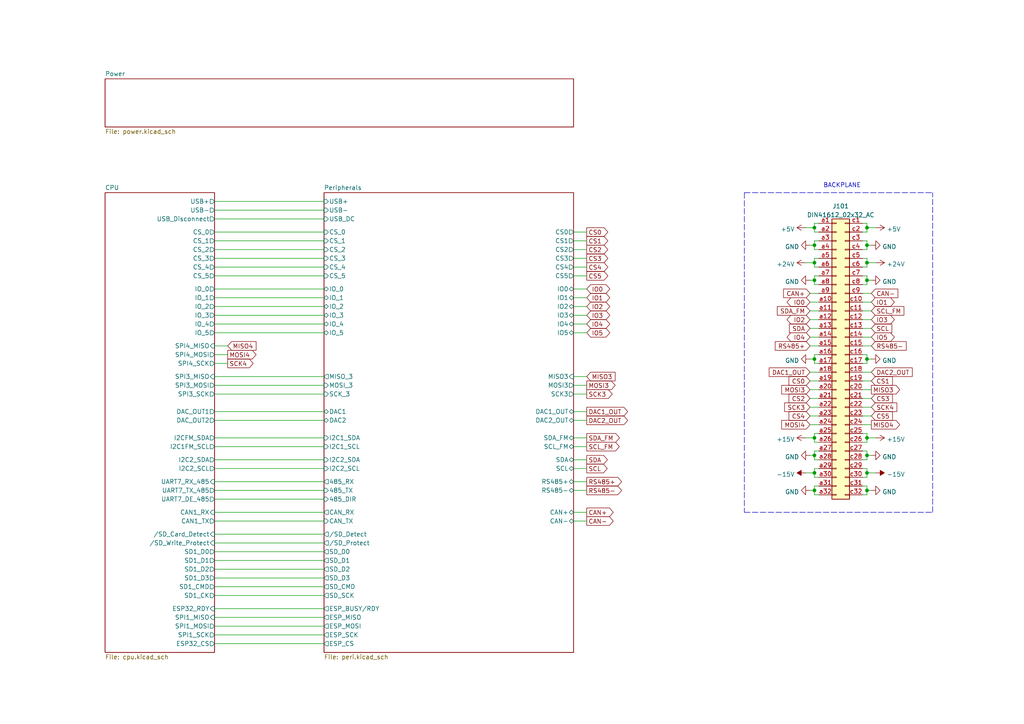
<source format=kicad_sch>
(kicad_sch (version 20211123) (generator eeschema)
  (paper "A4")
  (title_block (title "Master-Sheet and Bus Connector") (date "2022-11-19") (rev "V3 R1.0") (company "Synthron"))
  (lib_symbols
    (symbol "Connector:DIN41612_02x32_AC" (pin_names (offset 1.016) hide)
      (property "Reference" "J" (at 1.27 40.64 0))
      (property "Value" "DIN41612_02x32_AC" (at 1.27 -43.18 0))
      (symbol "DIN41612_02x32_AC_1_1"
        (rectangle (start -1.27 -40.513) (end 0 -40.767) (stroke (width 0.1524)))
        (rectangle (start -1.27 -37.973) (end 0 -38.227) (stroke (width 0.1524)))
        (rectangle (start -1.27 -35.433) (end 0 -35.687) (stroke (width 0.1524)))
        (rectangle (start -1.27 -32.893) (end 0 -33.147) (stroke (width 0.1524)))
        (rectangle (start -1.27 -30.353) (end 0 -30.607) (stroke (width 0.1524)))
        (rectangle (start -1.27 -27.813) (end 0 -28.067) (stroke (width 0.1524)))
        (rectangle (start -1.27 -25.273) (end 0 -25.527) (stroke (width 0.1524)))
        (rectangle (start -1.27 -22.733) (end 0 -22.987) (stroke (width 0.1524)))
        (rectangle (start -1.27 -20.193) (end 0 -20.447) (stroke (width 0.1524)))
        (rectangle (start -1.27 -17.653) (end 0 -17.907) (stroke (width 0.1524)))
        (rectangle (start -1.27 -15.113) (end 0 -15.367) (stroke (width 0.1524)))
        (rectangle (start -1.27 -12.573) (end 0 -12.827) (stroke (width 0.1524)))
        (rectangle (start -1.27 -10.033) (end 0 -10.287) (stroke (width 0.1524)))
        (rectangle (start -1.27 -7.493) (end 0 -7.747) (stroke (width 0.1524)))
        (rectangle (start -1.27 -4.953) (end 0 -5.207) (stroke (width 0.1524)))
        (rectangle (start -1.27 -2.413) (end 0 -2.667) (stroke (width 0.1524)))
        (rectangle (start -1.27 0.127) (end 0 -0.127) (stroke (width 0.1524)))
        (rectangle (start -1.27 2.667) (end 0 2.413) (stroke (width 0.1524)))
        (rectangle (start -1.27 5.207) (end 0 4.953) (stroke (width 0.1524)))
        (rectangle (start -1.27 7.747) (end 0 7.493) (stroke (width 0.1524)))
        (rectangle (start -1.27 10.287) (end 0 10.033) (stroke (width 0.1524)))
        (rectangle (start -1.27 12.827) (end 0 12.573) (stroke (width 0.1524)))
        (rectangle (start -1.27 15.367) (end 0 15.113) (stroke (width 0.1524)))
        (rectangle (start -1.27 17.907) (end 0 17.653) (stroke (width 0.1524)))
        (rectangle (start -1.27 20.447) (end 0 20.193) (stroke (width 0.1524)))
        (rectangle (start -1.27 22.987) (end 0 22.733) (stroke (width 0.1524)))
        (rectangle (start -1.27 25.527) (end 0 25.273) (stroke (width 0.1524)))
        (rectangle (start -1.27 28.067) (end 0 27.813) (stroke (width 0.1524)))
        (rectangle (start -1.27 30.607) (end 0 30.353) (stroke (width 0.1524)))
        (rectangle (start -1.27 33.147) (end 0 32.893) (stroke (width 0.1524)))
        (rectangle (start -1.27 35.687) (end 0 35.433) (stroke (width 0.1524)))
        (rectangle (start -1.27 38.227) (end 0 37.973) (stroke (width 0.1524)))
        (rectangle (start -1.27 39.37) (end 3.81 -41.91) (stroke (width 0.254)) (fill (type background)))
        (rectangle (start 3.81 -40.513) (end 2.54 -40.767) (stroke (width 0.1524)))
        (rectangle (start 3.81 -37.973) (end 2.54 -38.227) (stroke (width 0.1524)))
        (rectangle (start 3.81 -35.433) (end 2.54 -35.687) (stroke (width 0.1524)))
        (rectangle (start 3.81 -32.893) (end 2.54 -33.147) (stroke (width 0.1524)))
        (rectangle (start 3.81 -30.353) (end 2.54 -30.607) (stroke (width 0.1524)))
        (rectangle (start 3.81 -27.813) (end 2.54 -28.067) (stroke (width 0.1524)))
        (rectangle (start 3.81 -25.273) (end 2.54 -25.527) (stroke (width 0.1524)))
        (rectangle (start 3.81 -22.733) (end 2.54 -22.987) (stroke (width 0.1524)))
        (rectangle (start 3.81 -20.193) (end 2.54 -20.447) (stroke (width 0.1524)))
        (rectangle (start 3.81 -17.653) (end 2.54 -17.907) (stroke (width 0.1524)))
        (rectangle (start 3.81 -15.113) (end 2.54 -15.367) (stroke (width 0.1524)))
        (rectangle (start 3.81 -12.573) (end 2.54 -12.827) (stroke (width 0.1524)))
        (rectangle (start 3.81 -10.033) (end 2.54 -10.287) (stroke (width 0.1524)))
        (rectangle (start 3.81 -7.493) (end 2.54 -7.747) (stroke (width 0.1524)))
        (rectangle (start 3.81 -4.953) (end 2.54 -5.207) (stroke (width 0.1524)))
        (rectangle (start 3.81 -2.413) (end 2.54 -2.667) (stroke (width 0.1524)))
        (rectangle (start 3.81 0.127) (end 2.54 -0.127) (stroke (width 0.1524)))
        (rectangle (start 3.81 2.667) (end 2.54 2.413) (stroke (width 0.1524)))
        (rectangle (start 3.81 5.207) (end 2.54 4.953) (stroke (width 0.1524)))
        (rectangle (start 3.81 7.747) (end 2.54 7.493) (stroke (width 0.1524)))
        (rectangle (start 3.81 10.287) (end 2.54 10.033) (stroke (width 0.1524)))
        (rectangle (start 3.81 12.827) (end 2.54 12.573) (stroke (width 0.1524)))
        (rectangle (start 3.81 15.367) (end 2.54 15.113) (stroke (width 0.1524)))
        (rectangle (start 3.81 17.907) (end 2.54 17.653) (stroke (width 0.1524)))
        (rectangle (start 3.81 20.447) (end 2.54 20.193) (stroke (width 0.1524)))
        (rectangle (start 3.81 22.987) (end 2.54 22.733) (stroke (width 0.1524)))
        (rectangle (start 3.81 25.527) (end 2.54 25.273) (stroke (width 0.1524)))
        (rectangle (start 3.81 28.067) (end 2.54 27.813) (stroke (width 0.1524)))
        (rectangle (start 3.81 30.607) (end 2.54 30.353) (stroke (width 0.1524)))
        (rectangle (start 3.81 33.147) (end 2.54 32.893) (stroke (width 0.1524)))
        (rectangle (start 3.81 35.687) (end 2.54 35.433) (stroke (width 0.1524)))
        (rectangle (start 3.81 38.227) (end 2.54 37.973) (stroke (width 0.1524)))
        (pin passive line (at -5.08 38.1 0) (length 3.81) (name "Pin_a1") (number "a1"))
        (pin passive line (at -5.08 15.24 0) (length 3.81) (name "Pin_a10") (number "a10"))
        (pin passive line (at -5.08 12.7 0) (length 3.81) (name "Pin_a11") (number "a11"))
        (pin passive line (at -5.08 10.16 0) (length 3.81) (name "Pin_a12") (number "a12"))
        (pin passive line (at -5.08 7.62 0) (length 3.81) (name "Pin_a13") (number "a13"))
        (pin passive line (at -5.08 5.08 0) (length 3.81) (name "Pin_a14") (number "a14"))
        (pin passive line (at -5.08 2.54 0) (length 3.81) (name "Pin_a15") (number "a15"))
        (pin passive line (at -5.08 0 0) (length 3.81) (name "Pin_a16") (number "a16"))
        (pin passive line (at -5.08 -2.54 0) (length 3.81) (name "Pin_a17") (number "a17"))
        (pin passive line (at -5.08 -5.08 0) (length 3.81) (name "Pin_a18") (number "a18"))
        (pin passive line (at -5.08 -7.62 0) (length 3.81) (name "Pin_a19") (number "a19"))
        (pin passive line (at -5.08 35.56 0) (length 3.81) (name "Pin_a2") (number "a2"))
        (pin passive line (at -5.08 -10.16 0) (length 3.81) (name "Pin_a20") (number "a20"))
        (pin passive line (at -5.08 -12.7 0) (length 3.81) (name "Pin_a21") (number "a21"))
        (pin passive line (at -5.08 -15.24 0) (length 3.81) (name "Pin_a22") (number "a22"))
        (pin passive line (at -5.08 -17.78 0) (length 3.81) (name "Pin_a23") (number "a23"))
        (pin passive line (at -5.08 -20.32 0) (length 3.81) (name "Pin_a24") (number "a24"))
        (pin passive line (at -5.08 -22.86 0) (length 3.81) (name "Pin_a25") (number "a25"))
        (pin passive line (at -5.08 -25.4 0) (length 3.81) (name "Pin_a26") (number "a26"))
        (pin passive line (at -5.08 -27.94 0) (length 3.81) (name "Pin_a27") (number "a27"))
        (pin passive line (at -5.08 -30.48 0) (length 3.81) (name "Pin_a28") (number "a28"))
        (pin passive line (at -5.08 -33.02 0) (length 3.81) (name "Pin_a29") (number "a29"))
        (pin passive line (at -5.08 33.02 0) (length 3.81) (name "Pin_a3") (number "a3"))
        (pin passive line (at -5.08 -35.56 0) (length 3.81) (name "Pin_a30") (number "a30"))
        (pin passive line (at -5.08 -38.1 0) (length 3.81) (name "Pin_a31") (number "a31"))
        (pin passive line (at -5.08 -40.64 0) (length 3.81) (name "Pin_a32") (number "a32"))
        (pin passive line (at -5.08 30.48 0) (length 3.81) (name "Pin_a4") (number "a4"))
        (pin passive line (at -5.08 27.94 0) (length 3.81) (name "Pin_a5") (number "a5"))
        (pin passive line (at -5.08 25.4 0) (length 3.81) (name "Pin_a6") (number "a6"))
        (pin passive line (at -5.08 22.86 0) (length 3.81) (name "Pin_a7") (number "a7"))
        (pin passive line (at -5.08 20.32 0) (length 3.81) (name "Pin_a8") (number "a8"))
        (pin passive line (at -5.08 17.78 0) (length 3.81) (name "Pin_a9") (number "a9"))
        (pin passive line (at 7.62 38.1 180) (length 3.81) (name "Pin_c1") (number "c1"))
        (pin passive line (at 7.62 15.24 180) (length 3.81) (name "Pin_c10") (number "c10"))
        (pin passive line (at 7.62 12.7 180) (length 3.81) (name "Pin_c11") (number "c11"))
        (pin passive line (at 7.62 10.16 180) (length 3.81) (name "Pin_c12") (number "c12"))
        (pin passive line (at 7.62 7.62 180) (length 3.81) (name "Pin_c13") (number "c13"))
        (pin passive line (at 7.62 5.08 180) (length 3.81) (name "Pin_c14") (number "c14"))
        (pin passive line (at 7.62 2.54 180) (length 3.81) (name "Pin_c15") (number "c15"))
        (pin passive line (at 7.62 0 180) (length 3.81) (name "Pin_c16") (number "c16"))
        (pin passive line (at 7.62 -2.54 180) (length 3.81) (name "Pin_c17") (number "c17"))
        (pin passive line (at 7.62 -5.08 180) (length 3.81) (name "Pin_c18") (number "c18"))
        (pin passive line (at 7.62 -7.62 180) (length 3.81) (name "Pin_c19") (number "c19"))
        (pin passive line (at 7.62 35.56 180) (length 3.81) (name "Pin_c2") (number "c2"))
        (pin passive line (at 7.62 -10.16 180) (length 3.81) (name "Pin_c20") (number "c20"))
        (pin passive line (at 7.62 -12.7 180) (length 3.81) (name "Pin_c21") (number "c21"))
        (pin passive line (at 7.62 -15.24 180) (length 3.81) (name "Pin_c22") (number "c22"))
        (pin passive line (at 7.62 -17.78 180) (length 3.81) (name "Pin_c23") (number "c23"))
        (pin passive line (at 7.62 -20.32 180) (length 3.81) (name "Pin_c24") (number "c24"))
        (pin passive line (at 7.62 -22.86 180) (length 3.81) (name "Pin_c25") (number "c25"))
        (pin passive line (at 7.62 -25.4 180) (length 3.81) (name "Pin_c26") (number "c26"))
        (pin passive line (at 7.62 -27.94 180) (length 3.81) (name "Pin_c27") (number "c27"))
        (pin passive line (at 7.62 -30.48 180) (length 3.81) (name "Pin_c28") (number "c28"))
        (pin passive line (at 7.62 -33.02 180) (length 3.81) (name "Pin_c29") (number "c29"))
        (pin passive line (at 7.62 33.02 180) (length 3.81) (name "Pin_c3") (number "c3"))
        (pin passive line (at 7.62 -35.56 180) (length 3.81) (name "Pin_c30") (number "c30"))
        (pin passive line (at 7.62 -38.1 180) (length 3.81) (name "Pin_c31") (number "c31"))
        (pin passive line (at 7.62 -40.64 180) (length 3.81) (name "Pin_c32") (number "c32"))
        (pin passive line (at 7.62 30.48 180) (length 3.81) (name "Pin_c4") (number "c4"))
        (pin passive line (at 7.62 27.94 180) (length 3.81) (name "Pin_c5") (number "c5"))
        (pin passive line (at 7.62 25.4 180) (length 3.81) (name "Pin_c6") (number "c6"))
        (pin passive line (at 7.62 22.86 180) (length 3.81) (name "Pin_c7") (number "c7"))
        (pin passive line (at 7.62 20.32 180) (length 3.81) (name "Pin_c8") (number "c8"))
        (pin passive line (at 7.62 17.78 180) (length 3.81) (name "Pin_c9") (number "c9"))
      )
    )
    (symbol "power:+15V" (power) (pin_names (offset 0))
      (property "Value" "+15V" (at 0 3.556 0))
      (symbol "+15V_0_1"
        (polyline (pts (xy -0.762 1.27) (xy 0 2.54)))
        (polyline (pts (xy 0 0) (xy 0 2.54)))
        (polyline (pts (xy 0 2.54) (xy 0.762 1.27)))
      )
      (symbol "+15V_1_1"
        (pin power_in line (at 0 0 90) (length 0) hide (name "+15V") (number "1"))
      )
    )
    (symbol "power:+24V" (power) (pin_names (offset 0))
      (property "Value" "+24V" (at 0 3.556 0))
      (symbol "+24V_0_1"
        (polyline (pts (xy -0.762 1.27) (xy 0 2.54)))
        (polyline (pts (xy 0 0) (xy 0 2.54)))
        (polyline (pts (xy 0 2.54) (xy 0.762 1.27)))
      )
      (symbol "+24V_1_1"
        (pin power_in line (at 0 0 90) (length 0) hide (name "+24V") (number "1"))
      )
    )
    (symbol "power:+5V" (power) (pin_names (offset 0))
      (property "Value" "+5V" (at 0 3.556 0))
      (symbol "+5V_0_1"
        (polyline (pts (xy -0.762 1.27) (xy 0 2.54)))
        (polyline (pts (xy 0 0) (xy 0 2.54)))
        (polyline (pts (xy 0 2.54) (xy 0.762 1.27)))
      )
      (symbol "+5V_1_1"
        (pin power_in line (at 0 0 90) (length 0) hide (name "+5V") (number "1"))
      )
    )
    (symbol "power:-15V" (power) (pin_names (offset 0))
      (property "Value" "-15V" (at 0 3.81 0))
      (symbol "-15V_0_0"
        (pin power_in line (at 0 0 90) (length 0) hide (name "-15V") (number "1"))
      )
      (symbol "-15V_0_1"
        (polyline (pts (xy 0 0) (xy 0 1.27) (xy 0.762 1.27) (xy 0 2.54) (xy -0.762 1.27) (xy 0 1.27)) (fill (type outline)))
      )
    )
    (symbol "power:GND" (power) (pin_names (offset 0))
      (property "Value" "GND" (at 0 -3.81 0))
      (symbol "GND_0_1"
        (polyline (pts (xy 0 0) (xy 0 -1.27) (xy 1.27 -1.27) (xy 0 -2.54) (xy -1.27 -1.27) (xy 0 -1.27)))
      )
      (symbol "GND_1_1"
        (pin power_in line (at 0 0 270) (length 0) hide (name "GND") (number "1"))
      )
    )
  )
  (junction (at 236.22 81.28))
  (junction (at 236.22 76.2))
  (junction (at 236.22 127))
  (junction (at 251.46 142.24))
  (junction (at 236.22 142.24))
  (junction (at 251.46 66.04))
  (junction (at 236.22 137.16))
  (junction (at 251.46 132.08))
  (junction (at 251.46 81.28))
  (junction (at 251.46 137.16))
  (junction (at 251.46 127))
  (junction (at 236.22 71.12))
  (junction (at 251.46 76.2))
  (junction (at 236.22 66.04))
  (junction (at 236.22 132.08))
  (junction (at 236.22 104.14))
  (junction (at 251.46 71.12))
  (junction (at 251.46 104.14))
  (wire (pts (xy 251.46 71.12) (xy 251.46 72.39)))
  (wire (pts (xy 250.19 85.09) (xy 252.73 85.09)))
  (wire (pts (xy 250.19 140.97) (xy 251.46 140.97)))
  (wire (pts (xy 251.46 66.04) (xy 251.46 64.77)))
  (wire (pts (xy 251.46 143.51) (xy 250.19 143.51)))
  (wire (pts (xy 234.95 95.25) (xy 237.49 95.25)))
  (wire (pts (xy 236.22 138.43) (xy 237.49 138.43)))
  (wire (pts (xy 237.49 135.89) (xy 236.22 135.89)))
  (wire (pts (xy 62.23 157.48) (xy 93.98 157.48)))
  (wire (pts (xy 250.19 74.93) (xy 251.46 74.93)))
  (wire (pts (xy 250.19 128.27) (xy 251.46 128.27)))
  (wire (pts (xy 250.19 87.63) (xy 252.73 87.63)))
  (wire (pts (xy 251.46 76.2) (xy 254 76.2)))
  (wire (pts (xy 166.37 74.93) (xy 170.18 74.93)))
  (wire (pts (xy 234.95 71.12) (xy 236.22 71.12)))
  (wire (pts (xy 234.95 85.09) (xy 237.49 85.09)))
  (wire (pts (xy 234.95 132.08) (xy 236.22 132.08)))
  (wire (pts (xy 234.95 97.79) (xy 237.49 97.79)))
  (wire (pts (xy 234.95 87.63) (xy 237.49 87.63)))
  (wire (pts (xy 234.95 92.71) (xy 237.49 92.71)))
  (wire (pts (xy 233.68 137.16) (xy 236.22 137.16)))
  (wire (pts (xy 234.95 113.03) (xy 237.49 113.03)))
  (polyline (pts (xy 215.9 55.88) (xy 270.51 55.88)))
  (wire (pts (xy 251.46 137.16) (xy 254 137.16)))
  (wire (pts (xy 234.95 81.28) (xy 236.22 81.28)))
  (wire (pts (xy 236.22 77.47) (xy 237.49 77.47)))
  (wire (pts (xy 62.23 142.24) (xy 93.98 142.24)))
  (wire (pts (xy 166.37 148.59) (xy 170.18 148.59)))
  (wire (pts (xy 234.95 100.33) (xy 237.49 100.33)))
  (wire (pts (xy 62.23 186.69) (xy 93.98 186.69)))
  (wire (pts (xy 251.46 105.41) (xy 251.46 104.14)))
  (wire (pts (xy 251.46 127) (xy 254 127)))
  (wire (pts (xy 250.19 77.47) (xy 251.46 77.47)))
  (wire (pts (xy 62.23 109.22) (xy 93.98 109.22)))
  (wire (pts (xy 250.19 64.77) (xy 251.46 64.77)))
  (wire (pts (xy 166.37 86.36) (xy 170.18 86.36)))
  (wire (pts (xy 166.37 129.54) (xy 170.18 129.54)))
  (wire (pts (xy 236.22 82.55) (xy 236.22 81.28)))
  (wire (pts (xy 236.22 137.16) (xy 236.22 138.43)))
  (wire (pts (xy 166.37 72.39) (xy 170.18 72.39)))
  (wire (pts (xy 166.37 133.35) (xy 170.18 133.35)))
  (wire (pts (xy 166.37 88.9) (xy 170.18 88.9)))
  (wire (pts (xy 62.23 148.59) (xy 93.98 148.59)))
  (wire (pts (xy 62.23 63.5) (xy 93.98 63.5)))
  (wire (pts (xy 166.37 67.31) (xy 170.18 67.31)))
  (wire (pts (xy 236.22 142.24) (xy 236.22 140.97)))
  (wire (pts (xy 166.37 69.85) (xy 170.18 69.85)))
  (wire (pts (xy 62.23 162.56) (xy 93.98 162.56)))
  (wire (pts (xy 166.37 142.24) (xy 170.18 142.24)))
  (wire (pts (xy 250.19 130.81) (xy 251.46 130.81)))
  (wire (pts (xy 233.68 127) (xy 236.22 127)))
  (wire (pts (xy 250.19 113.03) (xy 252.73 113.03)))
  (wire (pts (xy 250.19 115.57) (xy 252.73 115.57)))
  (wire (pts (xy 62.23 167.64) (xy 93.98 167.64)))
  (wire (pts (xy 250.19 105.41) (xy 251.46 105.41)))
  (wire (pts (xy 62.23 119.38) (xy 93.98 119.38)))
  (wire (pts (xy 62.23 176.53) (xy 93.98 176.53)))
  (wire (pts (xy 166.37 139.7) (xy 170.18 139.7)))
  (wire (pts (xy 251.46 81.28) (xy 251.46 82.55)))
  (wire (pts (xy 251.46 125.73) (xy 251.46 127)))
  (wire (pts (xy 234.95 118.11) (xy 237.49 118.11)))
  (wire (pts (xy 62.23 154.94) (xy 93.98 154.94)))
  (wire (pts (xy 62.23 127) (xy 93.98 127)))
  (wire (pts (xy 251.46 71.12) (xy 252.73 71.12)))
  (wire (pts (xy 237.49 74.93) (xy 236.22 74.93)))
  (wire (pts (xy 236.22 140.97) (xy 237.49 140.97)))
  (wire (pts (xy 62.23 77.47) (xy 93.98 77.47)))
  (wire (pts (xy 62.23 179.07) (xy 93.98 179.07)))
  (wire (pts (xy 236.22 69.85) (xy 237.49 69.85)))
  (wire (pts (xy 62.23 133.35) (xy 93.98 133.35)))
  (wire (pts (xy 62.23 184.15) (xy 93.98 184.15)))
  (wire (pts (xy 166.37 93.98) (xy 170.18 93.98)))
  (wire (pts (xy 62.23 135.89) (xy 93.98 135.89)))
  (wire (pts (xy 62.23 105.41) (xy 66.04 105.41)))
  (wire (pts (xy 62.23 91.44) (xy 93.98 91.44)))
  (wire (pts (xy 250.19 92.71) (xy 252.73 92.71)))
  (wire (pts (xy 236.22 64.77) (xy 236.22 66.04)))
  (wire (pts (xy 236.22 125.73) (xy 236.22 127)))
  (wire (pts (xy 62.23 80.01) (xy 93.98 80.01)))
  (wire (pts (xy 251.46 76.2) (xy 251.46 77.47)))
  (wire (pts (xy 251.46 132.08) (xy 251.46 133.35)))
  (wire (pts (xy 251.46 104.14) (xy 251.46 102.87)))
  (wire (pts (xy 62.23 88.9) (xy 93.98 88.9)))
  (wire (pts (xy 62.23 96.52) (xy 93.98 96.52)))
  (wire (pts (xy 166.37 121.92) (xy 170.18 121.92)))
  (wire (pts (xy 234.95 110.49) (xy 237.49 110.49)))
  (wire (pts (xy 236.22 66.04) (xy 236.22 67.31)))
  (wire (pts (xy 250.19 100.33) (xy 252.73 100.33)))
  (wire (pts (xy 166.37 151.13) (xy 170.18 151.13)))
  (wire (pts (xy 234.95 107.95) (xy 237.49 107.95)))
  (wire (pts (xy 237.49 105.41) (xy 236.22 105.41)))
  (wire (pts (xy 166.37 111.76) (xy 170.18 111.76)))
  (wire (pts (xy 62.23 102.87) (xy 66.04 102.87)))
  (wire (pts (xy 234.95 142.24) (xy 236.22 142.24)))
  (wire (pts (xy 251.46 74.93) (xy 251.46 76.2)))
  (wire (pts (xy 237.49 128.27) (xy 236.22 128.27)))
  (wire (pts (xy 250.19 107.95) (xy 252.73 107.95)))
  (wire (pts (xy 62.23 181.61) (xy 93.98 181.61)))
  (wire (pts (xy 62.23 170.18) (xy 93.98 170.18)))
  (wire (pts (xy 251.46 140.97) (xy 251.46 142.24)))
  (wire (pts (xy 237.49 82.55) (xy 236.22 82.55)))
  (polyline (pts (xy 215.9 148.59) (xy 270.51 148.59)))
  (wire (pts (xy 250.19 135.89) (xy 251.46 135.89)))
  (wire (pts (xy 251.46 132.08) (xy 252.73 132.08)))
  (wire (pts (xy 62.23 160.02) (xy 93.98 160.02)))
  (wire (pts (xy 62.23 74.93) (xy 93.98 74.93)))
  (wire (pts (xy 62.23 93.98) (xy 93.98 93.98)))
  (wire (pts (xy 251.46 137.16) (xy 251.46 138.43)))
  (wire (pts (xy 236.22 133.35) (xy 236.22 132.08)))
  (wire (pts (xy 62.23 129.54) (xy 93.98 129.54)))
  (wire (pts (xy 251.46 104.14) (xy 252.73 104.14)))
  (wire (pts (xy 237.49 64.77) (xy 236.22 64.77)))
  (wire (pts (xy 237.49 133.35) (xy 236.22 133.35)))
  (wire (pts (xy 250.19 123.19) (xy 252.73 123.19)))
  (wire (pts (xy 166.37 83.82) (xy 170.18 83.82)))
  (wire (pts (xy 166.37 77.47) (xy 170.18 77.47)))
  (wire (pts (xy 251.46 81.28) (xy 252.73 81.28)))
  (wire (pts (xy 166.37 119.38) (xy 170.18 119.38)))
  (wire (pts (xy 250.19 95.25) (xy 252.73 95.25)))
  (wire (pts (xy 62.23 172.72) (xy 93.98 172.72)))
  (wire (pts (xy 166.37 127) (xy 170.18 127)))
  (wire (pts (xy 250.19 80.01) (xy 251.46 80.01)))
  (wire (pts (xy 234.95 123.19) (xy 237.49 123.19)))
  (wire (pts (xy 166.37 114.3) (xy 170.18 114.3)))
  (wire (pts (xy 251.46 102.87) (xy 250.19 102.87)))
  (wire (pts (xy 62.23 114.3) (xy 93.98 114.3)))
  (wire (pts (xy 250.19 118.11) (xy 252.73 118.11)))
  (wire (pts (xy 234.95 115.57) (xy 237.49 115.57)))
  (wire (pts (xy 236.22 76.2) (xy 236.22 77.47)))
  (wire (pts (xy 237.49 72.39) (xy 236.22 72.39)))
  (wire (pts (xy 236.22 102.87) (xy 237.49 102.87)))
  (wire (pts (xy 250.19 138.43) (xy 251.46 138.43)))
  (wire (pts (xy 251.46 82.55) (xy 250.19 82.55)))
  (wire (pts (xy 234.95 120.65) (xy 237.49 120.65)))
  (wire (pts (xy 166.37 96.52) (xy 170.18 96.52)))
  (wire (pts (xy 236.22 71.12) (xy 236.22 69.85)))
  (wire (pts (xy 236.22 132.08) (xy 236.22 130.81)))
  (wire (pts (xy 250.19 120.65) (xy 252.73 120.65)))
  (wire (pts (xy 236.22 127) (xy 236.22 128.27)))
  (wire (pts (xy 251.46 142.24) (xy 251.46 143.51)))
  (wire (pts (xy 62.23 58.42) (xy 93.98 58.42)))
  (wire (pts (xy 251.46 67.31) (xy 251.46 66.04)))
  (wire (pts (xy 251.46 66.04) (xy 254 66.04)))
  (wire (pts (xy 236.22 130.81) (xy 237.49 130.81)))
  (wire (pts (xy 166.37 135.89) (xy 170.18 135.89)))
  (wire (pts (xy 62.23 83.82) (xy 93.98 83.82)))
  (wire (pts (xy 236.22 74.93) (xy 236.22 76.2)))
  (wire (pts (xy 236.22 143.51) (xy 236.22 142.24)))
  (wire (pts (xy 236.22 81.28) (xy 236.22 80.01)))
  (wire (pts (xy 236.22 104.14) (xy 236.22 102.87)))
  (wire (pts (xy 62.23 111.76) (xy 93.98 111.76)))
  (wire (pts (xy 237.49 143.51) (xy 236.22 143.51)))
  (wire (pts (xy 236.22 80.01) (xy 237.49 80.01)))
  (wire (pts (xy 251.46 69.85) (xy 251.46 71.12)))
  (wire (pts (xy 62.23 67.31) (xy 93.98 67.31)))
  (wire (pts (xy 62.23 151.13) (xy 93.98 151.13)))
  (polyline (pts (xy 215.9 55.88) (xy 215.9 148.59)))
  (wire (pts (xy 166.37 80.01) (xy 170.18 80.01)))
  (wire (pts (xy 62.23 144.78) (xy 93.98 144.78)))
  (wire (pts (xy 166.37 109.22) (xy 170.18 109.22)))
  (wire (pts (xy 236.22 67.31) (xy 237.49 67.31)))
  (wire (pts (xy 62.23 86.36) (xy 93.98 86.36)))
  (wire (pts (xy 251.46 133.35) (xy 250.19 133.35)))
  (wire (pts (xy 250.19 110.49) (xy 252.73 110.49)))
  (wire (pts (xy 236.22 72.39) (xy 236.22 71.12)))
  (wire (pts (xy 251.46 135.89) (xy 251.46 137.16)))
  (wire (pts (xy 236.22 135.89) (xy 236.22 137.16)))
  (wire (pts (xy 166.37 91.44) (xy 170.18 91.44)))
  (wire (pts (xy 62.23 100.33) (xy 66.04 100.33)))
  (wire (pts (xy 234.95 104.14) (xy 236.22 104.14)))
  (wire (pts (xy 251.46 72.39) (xy 250.19 72.39)))
  (wire (pts (xy 251.46 142.24) (xy 252.73 142.24)))
  (wire (pts (xy 233.68 66.04) (xy 236.22 66.04)))
  (wire (pts (xy 62.23 165.1) (xy 93.98 165.1)))
  (wire (pts (xy 250.19 97.79) (xy 252.73 97.79)))
  (wire (pts (xy 62.23 121.92) (xy 93.98 121.92)))
  (wire (pts (xy 250.19 125.73) (xy 251.46 125.73)))
  (wire (pts (xy 250.19 67.31) (xy 251.46 67.31)))
  (wire (pts (xy 237.49 125.73) (xy 236.22 125.73)))
  (wire (pts (xy 250.19 69.85) (xy 251.46 69.85)))
  (wire (pts (xy 233.68 76.2) (xy 236.22 76.2)))
  (wire (pts (xy 62.23 72.39) (xy 93.98 72.39)))
  (wire (pts (xy 62.23 60.96) (xy 93.98 60.96)))
  (polyline (pts (xy 270.51 148.59) (xy 270.51 55.88)))
  (wire (pts (xy 251.46 130.81) (xy 251.46 132.08)))
  (wire (pts (xy 251.46 127) (xy 251.46 128.27)))
  (wire (pts (xy 62.23 139.7) (xy 93.98 139.7)))
  (wire (pts (xy 234.95 90.17) (xy 237.49 90.17)))
  (wire (pts (xy 250.19 90.17) (xy 252.73 90.17)))
  (wire (pts (xy 236.22 105.41) (xy 236.22 104.14)))
  (wire (pts (xy 62.23 69.85) (xy 93.98 69.85)))
  (wire (pts (xy 251.46 80.01) (xy 251.46 81.28)))
  (text "BACKPLANE" (at 238.76 54.61 0) (effects (font (size 1.27 1.27)) (justify left bottom)))
  (global_label "CS5" (shape input) (at 252.73 120.65 0) (property "Intersheet References" "${INTERSHEET_REFS}" (effects hide)))
  (global_label "IO4" (shape bidirectional) (at 234.95 97.79 180) (property "Intersheet References" "${INTERSHEET_REFS}" (effects hide)))
  (global_label "IO1" (shape bidirectional) (at 252.73 87.63 0) (property "Intersheet References" "${INTERSHEET_REFS}" (effects hide)))
  (global_label "SCK4" (shape input) (at 252.73 118.11 0) (property "Intersheet References" "${INTERSHEET_REFS}" (effects hide)))
  (global_label "SCK3" (shape output) (at 170.18 114.3 0) (property "Intersheet References" "${INTERSHEET_REFS}" (effects hide)))
  (global_label "MOSI3" (shape input) (at 234.95 113.03 180) (property "Intersheet References" "${INTERSHEET_REFS}" (effects hide)))
  (global_label "CS1" (shape output) (at 170.18 69.85 0) (property "Intersheet References" "${INTERSHEET_REFS}" (effects hide)))
  (global_label "SDA" (shape output) (at 170.18 133.35 0) (property "Intersheet References" "${INTERSHEET_REFS}" (effects hide)))
  (global_label "RS485+" (shape output) (at 170.18 139.7 0) (property "Intersheet References" "${INTERSHEET_REFS}" (effects hide)))
  (global_label "IO0" (shape bidirectional) (at 170.18 83.82 0) (property "Intersheet References" "${INTERSHEET_REFS}" (effects hide)))
  (global_label "SCL_FM" (shape output) (at 170.18 129.54 0) (property "Intersheet References" "${INTERSHEET_REFS}" (effects hide)))
  (global_label "IO1" (shape bidirectional) (at 170.18 86.36 0) (property "Intersheet References" "${INTERSHEET_REFS}" (effects hide)))
  (global_label "MISO3" (shape input) (at 170.18 109.22 0) (property "Intersheet References" "${INTERSHEET_REFS}" (effects hide)))
  (global_label "CAN+" (shape input) (at 234.95 85.09 180) (property "Intersheet References" "${INTERSHEET_REFS}" (effects hide)))
  (global_label "DAC1_OUT" (shape input) (at 234.95 107.95 180) (property "Intersheet References" "${INTERSHEET_REFS}" (effects hide)))
  (global_label "DAC2_OUT" (shape input) (at 252.73 107.95 0) (property "Intersheet References" "${INTERSHEET_REFS}" (effects hide)))
  (global_label "IO2" (shape bidirectional) (at 234.95 92.71 180) (property "Intersheet References" "${INTERSHEET_REFS}" (effects hide)))
  (global_label "IO0" (shape bidirectional) (at 234.95 87.63 180) (property "Intersheet References" "${INTERSHEET_REFS}" (effects hide)))
  (global_label "CAN-" (shape output) (at 170.18 151.13 0) (property "Intersheet References" "${INTERSHEET_REFS}" (effects hide)))
  (global_label "SCK3" (shape input) (at 234.95 118.11 180) (property "Intersheet References" "${INTERSHEET_REFS}" (effects hide)))
  (global_label "MISO4" (shape input) (at 66.04 100.33 0) (property "Intersheet References" "${INTERSHEET_REFS}" (effects hide)))
  (global_label "IO2" (shape bidirectional) (at 170.18 88.9 0) (property "Intersheet References" "${INTERSHEET_REFS}" (effects hide)))
  (global_label "CS1" (shape input) (at 252.73 110.49 0) (property "Intersheet References" "${INTERSHEET_REFS}" (effects hide)))
  (global_label "CS0" (shape input) (at 234.95 110.49 180) (property "Intersheet References" "${INTERSHEET_REFS}" (effects hide)))
  (global_label "CS4" (shape output) (at 170.18 77.47 0) (property "Intersheet References" "${INTERSHEET_REFS}" (effects hide)))
  (global_label "SCL_FM" (shape input) (at 252.73 90.17 0) (property "Intersheet References" "${INTERSHEET_REFS}" (effects hide)))
  (global_label "SCL" (shape output) (at 170.18 135.89 0) (property "Intersheet References" "${INTERSHEET_REFS}" (effects hide)))
  (global_label "MOSI3" (shape output) (at 170.18 111.76 0) (property "Intersheet References" "${INTERSHEET_REFS}" (effects hide)))
  (global_label "CS2" (shape output) (at 170.18 72.39 0) (property "Intersheet References" "${INTERSHEET_REFS}" (effects hide)))
  (global_label "DAC1_OUT" (shape output) (at 170.18 119.38 0) (property "Intersheet References" "${INTERSHEET_REFS}" (effects hide)))
  (global_label "SCK4" (shape output) (at 66.04 105.41 0) (property "Intersheet References" "${INTERSHEET_REFS}" (effects hide)))
  (global_label "DAC2_OUT" (shape output) (at 170.18 121.92 0) (property "Intersheet References" "${INTERSHEET_REFS}" (effects hide)))
  (global_label "SDA_FM" (shape output) (at 170.18 127 0) (property "Intersheet References" "${INTERSHEET_REFS}" (effects hide)))
  (global_label "SCL" (shape input) (at 252.73 95.25 0) (property "Intersheet References" "${INTERSHEET_REFS}" (effects hide)))
  (global_label "SDA" (shape input) (at 234.95 95.25 180) (property "Intersheet References" "${INTERSHEET_REFS}" (effects hide)))
  (global_label "RS485-" (shape input) (at 252.73 100.33 0) (property "Intersheet References" "${INTERSHEET_REFS}" (effects hide)))
  (global_label "RS485-" (shape output) (at 170.18 142.24 0) (property "Intersheet References" "${INTERSHEET_REFS}" (effects hide)))
  (global_label "IO4" (shape bidirectional) (at 170.18 93.98 0) (property "Intersheet References" "${INTERSHEET_REFS}" (effects hide)))
  (global_label "IO5" (shape bidirectional) (at 170.18 96.52 0) (property "Intersheet References" "${INTERSHEET_REFS}" (effects hide)))
  (global_label "MISO3" (shape output) (at 252.73 113.03 0) (property "Intersheet References" "${INTERSHEET_REFS}" (effects hide)))
  (global_label "MOSI4" (shape output) (at 66.04 102.87 0) (property "Intersheet References" "${INTERSHEET_REFS}" (effects hide)))
  (global_label "CS3" (shape output) (at 170.18 74.93 0) (property "Intersheet References" "${INTERSHEET_REFS}" (effects hide)))
  (global_label "IO3" (shape bidirectional) (at 252.73 92.71 0) (property "Intersheet References" "${INTERSHEET_REFS}" (effects hide)))
  (global_label "IO5" (shape bidirectional) (at 252.73 97.79 0) (property "Intersheet References" "${INTERSHEET_REFS}" (effects hide)))
  (global_label "IO3" (shape bidirectional) (at 170.18 91.44 0) (property "Intersheet References" "${INTERSHEET_REFS}" (effects hide)))
  (global_label "CS2" (shape input) (at 234.95 115.57 180) (property "Intersheet References" "${INTERSHEET_REFS}" (effects hide)))
  (global_label "MISO4" (shape output) (at 252.73 123.19 0) (property "Intersheet References" "${INTERSHEET_REFS}" (effects hide)))
  (global_label "CS5" (shape output) (at 170.18 80.01 0) (property "Intersheet References" "${INTERSHEET_REFS}" (effects hide)))
  (global_label "RS485+" (shape input) (at 234.95 100.33 180) (property "Intersheet References" "${INTERSHEET_REFS}" (effects hide)))
  (global_label "CS3" (shape input) (at 252.73 115.57 0) (property "Intersheet References" "${INTERSHEET_REFS}" (effects hide)))
  (global_label "SDA_FM" (shape input) (at 234.95 90.17 180) (property "Intersheet References" "${INTERSHEET_REFS}" (effects hide)))
  (global_label "CAN-" (shape input) (at 252.73 85.09 0) (property "Intersheet References" "${INTERSHEET_REFS}" (effects hide)))
  (global_label "CS4" (shape input) (at 234.95 120.65 180) (property "Intersheet References" "${INTERSHEET_REFS}" (effects hide)))
  (global_label "MOSI4" (shape input) (at 234.95 123.19 180) (property "Intersheet References" "${INTERSHEET_REFS}" (effects hide)))
  (global_label "CS0" (shape output) (at 170.18 67.31 0) (property "Intersheet References" "${INTERSHEET_REFS}" (effects hide)))
  (global_label "CAN+" (shape output) (at 170.18 148.59 0) (property "Intersheet References" "${INTERSHEET_REFS}" (effects hide)))
  (symbol (lib_id "Connector:DIN41612_02x32_AC") (at 242.57 102.87 0) (unit 1)
    (property "Reference" "J101" (at 243.84 59.8002 0))
    (property "Value" "DIN41612_02x32_AC" (at 243.84 62.3371 0))
    (property "Footprint" "eigene:VG64_Euro" (effects hide))
  )
  (symbol (lib_id "power:+5V") (at 254 66.04 270) (unit 1)
    (property "Reference" "#PWR0102" (effects hide))
    (property "Value" "+5V" (at 257.175 66.4738 90) (effects (justify left)))
  )
  (symbol (lib_id "power:GND") (at 234.95 104.14 270) (unit 1)
    (property "Reference" "#PWR0109" (effects hide))
    (property "Value" "GND" (at 231.7751 104.5738 90) (effects (justify right)))
  )
  (symbol (lib_id "power:GND") (at 252.73 71.12 90) (unit 1)
    (property "Reference" "#PWR0104" (effects hide))
    (property "Value" "GND" (at 255.905 71.5538 90) (effects (justify right)))
  )
  (symbol (lib_id "power:GND") (at 252.73 81.28 90) (unit 1)
    (property "Reference" "#PWR0108" (effects hide))
    (property "Value" "GND" (at 255.905 81.7138 90) (effects (justify right)))
  )
  (symbol (lib_id "power:+24V") (at 254 76.2 270) (unit 1)
    (property "Reference" "#PWR0106" (effects hide))
    (property "Value" "+24V" (at 257.175 76.6338 90) (effects (justify left)))
  )
  (symbol (lib_id "power:-15V") (at 233.68 137.16 90) (unit 1)
    (property "Reference" "#PWR0115" (effects hide))
    (property "Value" "-15V" (at 230.505 137.5938 90) (effects (justify left)))
  )
  (symbol (lib_id "power:GND") (at 234.95 132.08 270) (unit 1)
    (property "Reference" "#PWR0113" (effects hide))
    (property "Value" "GND" (at 231.7751 132.5138 90) (effects (justify right)))
  )
  (symbol (lib_id "power:+5V") (at 233.68 66.04 90) (unit 1)
    (property "Reference" "#PWR0101" (effects hide))
    (property "Value" "+5V" (at 230.5051 66.4738 90) (effects (justify left)))
  )
  (symbol (lib_id "power:GND") (at 234.95 81.28 270) (unit 1)
    (property "Reference" "#PWR0107" (effects hide))
    (property "Value" "GND" (at 231.7751 81.7138 90) (effects (justify right)))
  )
  (symbol (lib_id "power:+24V") (at 233.68 76.2 90) (unit 1)
    (property "Reference" "#PWR0105" (effects hide))
    (property "Value" "+24V" (at 230.505 76.6338 90) (effects (justify left)))
  )
  (symbol (lib_id "power:+15V") (at 233.68 127 90) (unit 1)
    (property "Reference" "#PWR0111" (effects hide))
    (property "Value" "+15V" (at 230.505 127.4338 90) (effects (justify left)))
  )
  (symbol (lib_id "power:GND") (at 252.73 104.14 90) (unit 1)
    (property "Reference" "#PWR0110" (effects hide))
    (property "Value" "GND" (at 255.905 104.5738 90) (effects (justify right)))
  )
  (symbol (lib_id "power:-15V") (at 254 137.16 270) (unit 1)
    (property "Reference" "#PWR0116" (effects hide))
    (property "Value" "-15V" (at 257.175 137.5938 90) (effects (justify left)))
  )
  (symbol (lib_id "power:GND") (at 252.73 142.24 90) (unit 1)
    (property "Reference" "#PWR0118" (effects hide))
    (property "Value" "GND" (at 255.905 142.6738 90) (effects (justify right)))
  )
  (symbol (lib_id "power:GND") (at 252.73 132.08 90) (unit 1)
    (property "Reference" "#PWR0114" (effects hide))
    (property "Value" "GND" (at 255.905 132.5138 90) (effects (justify right)))
  )
  (symbol (lib_id "power:GND") (at 234.95 71.12 270) (unit 1)
    (property "Reference" "#PWR0103" (effects hide))
    (property "Value" "GND" (at 231.7751 71.5538 90) (effects (justify right)))
  )
  (symbol (lib_id "power:+15V") (at 254 127 270) (unit 1)
    (property "Reference" "#PWR0112" (effects hide))
    (property "Value" "+15V" (at 257.175 127.4338 90) (effects (justify left)))
  )
  (symbol (lib_id "power:GND") (at 234.95 142.24 270) (unit 1)
    (property "Reference" "#PWR0117" (effects hide))
    (property "Value" "GND" (at 231.7751 142.6738 90) (effects (justify right)))
  )
  (sheet (at 30.48 55.88) (size 31.75 133.35) (stroke (width 0.1524))
    (property "Sheet name" "CPU" (at 30.48 55.1684 0) (effects (justify left bottom)))
    (property "Sheet file" "cpu.kicad_sch" (at 30.48 189.8146 0) (effects (justify left top)))
    (pin "SD1_CMD" output (at 62.23 170.18 0))
    (pin "SD1_D3" output (at 62.23 167.64 0))
    (pin "SD1_D1" output (at 62.23 162.56 0))
    (pin "CAN1_TX" output (at 62.23 151.13 0))
    (pin "I2C2_SCL" output (at 62.23 135.89 0))
    (pin "CAN1_RX" input (at 62.23 148.59 0))
    (pin "I2CFM_SDA" output (at 62.23 127 0))
    (pin "I2C1FM_SCL" output (at 62.23 129.54 0))
    (pin "I2C2_SDA" output (at 62.23 133.35 0))
    (pin "SPI1_MOSI" output (at 62.23 181.61 0))
    (pin "SPI3_MISO" input (at 62.23 109.22 0))
    (pin "ESP32_CS" output (at 62.23 186.69 0))
    (pin "SPI3_MOSI" output (at 62.23 111.76 0))
    (pin "ESP32_RDY" input (at 62.23 176.53 0))
    (pin "SPI1_MISO" input (at 62.23 179.07 0))
    (pin "DAC_OUT2" output (at 62.23 121.92 0))
    (pin "SPI1_SCK" output (at 62.23 184.15 0))
    (pin "USB+" output (at 62.23 58.42 0))
    (pin "USB-" output (at 62.23 60.96 0))
    (pin "SPI3_SCK" output (at 62.23 114.3 0))
    (pin "DAC_OUT1" output (at 62.23 119.38 0))
    (pin "{slash}SD_Card_Detect" input (at 62.23 154.94 0))
    (pin "{slash}SD_Write_Protect" input (at 62.23 157.48 0))
    (pin "UART7_RX_485" input (at 62.23 139.7 0))
    (pin "UART7_TX_485" output (at 62.23 142.24 0))
    (pin "UART7_DE_485" output (at 62.23 144.78 0))
    (pin "SD1_D0" output (at 62.23 160.02 0))
    (pin "SD1_D2" output (at 62.23 165.1 0))
    (pin "SD1_CK" output (at 62.23 172.72 0))
    (pin "USB_Disconnect" output (at 62.23 63.5 0))
    (pin "SPI4_SCK" output (at 62.23 105.41 0))
    (pin "SPI4_MISO" input (at 62.23 100.33 0))
    (pin "SPI4_MOSI" output (at 62.23 102.87 0))
    (pin "CS_2" output (at 62.23 72.39 0))
    (pin "CS_1" output (at 62.23 69.85 0))
    (pin "CS_3" output (at 62.23 74.93 0))
    (pin "CS_4" output (at 62.23 77.47 0))
    (pin "CS_5" output (at 62.23 80.01 0))
    (pin "CS_0" output (at 62.23 67.31 0))
    (pin "IO_3" output (at 62.23 91.44 0))
    (pin "IO_2" output (at 62.23 88.9 0))
    (pin "IO_0" output (at 62.23 83.82 0))
    (pin "IO_1" output (at 62.23 86.36 0))
    (pin "IO_5" output (at 62.23 96.52 0))
    (pin "IO_4" output (at 62.23 93.98 0))
  )
  (sheet (at 93.98 55.88) (size 72.39 133.35) (stroke (width 0.1524))
    (property "Sheet name" "Peripherals" (at 93.98 55.1684 0) (effects (justify left bottom)))
    (property "Sheet file" "peri.kicad_sch" (at 93.98 189.8146 0) (effects (justify left top)))
    (pin "SD_D1" output (at 93.98 162.56 180))
    (pin "SD_D0" output (at 93.98 160.02 180))
    (pin "SD_D3" output (at 93.98 167.64 180))
    (pin "SD_CMD" output (at 93.98 170.18 180))
    (pin "SD_SCK" output (at 93.98 172.72 180))
    (pin "SD_D2" output (at 93.98 165.1 180))
    (pin "ESP_CS" output (at 93.98 186.69 180))
    (pin "ESP_SCK" output (at 93.98 184.15 180))
    (pin "ESP_MOSI" output (at 93.98 181.61 180))
    (pin "ESP_BUSY{slash}RDY" output (at 93.98 176.53 180))
    (pin "ESP_MISO" output (at 93.98 179.07 180))
    (pin "{slash}SD_Protect" output (at 93.98 157.48 180))
    (pin "{slash}SD_Detect" output (at 93.98 154.94 180))
    (pin "RS485+" bidirectional (at 166.37 139.7 0))
    (pin "RS485-" bidirectional (at 166.37 142.24 0))
    (pin "485_RX" output (at 93.98 139.7 180))
    (pin "485_TX" input (at 93.98 142.24 180))
    (pin "485_DIR" input (at 93.98 144.78 180))
    (pin "CAN+" bidirectional (at 166.37 148.59 0))
    (pin "CAN-" bidirectional (at 166.37 151.13 0))
    (pin "CAN_TX" input (at 93.98 151.13 180))
    (pin "CAN_RX" output (at 93.98 148.59 180))
    (pin "SCL" bidirectional (at 166.37 135.89 0))
    (pin "I2C2_SCL" input (at 93.98 135.89 180))
    (pin "SCL_FM" bidirectional (at 166.37 129.54 0))
    (pin "I2C1_SCL" input (at 93.98 129.54 180))
    (pin "SDA_FM" bidirectional (at 166.37 127 0))
    (pin "I2C2_SDA" input (at 93.98 133.35 180))
    (pin "I2C1_SDA" input (at 93.98 127 180))
    (pin "SDA" bidirectional (at 166.37 133.35 0))
    (pin "DAC2" bidirectional (at 93.98 121.92 180))
    (pin "DAC1_OUT" bidirectional (at 166.37 119.38 0))
    (pin "DAC1" bidirectional (at 93.98 119.38 180))
    (pin "DAC2_OUT" bidirectional (at 166.37 121.92 0))
    (pin "USB_DC" input (at 93.98 63.5 180))
    (pin "USB+" input (at 93.98 58.42 180))
    (pin "USB-" input (at 93.98 60.96 180))
    (pin "MOSI3" output (at 166.37 111.76 0))
    (pin "MOSI_3" input (at 93.98 111.76 180))
    (pin "MISO3" input (at 166.37 109.22 0))
    (pin "SCK_3" input (at 93.98 114.3 180))
    (pin "SCK3" output (at 166.37 114.3 0))
    (pin "MISO_3" output (at 93.98 109.22 180))
    (pin "CS4" output (at 166.37 77.47 0))
    (pin "CS_5" input (at 93.98 80.01 180))
    (pin "CS_2" input (at 93.98 72.39 180))
    (pin "CS1" output (at 166.37 69.85 0))
    (pin "CS_1" input (at 93.98 69.85 180))
    (pin "CS_4" input (at 93.98 77.47 180))
    (pin "IO_2" bidirectional (at 93.98 88.9 180))
    (pin "IO2" bidirectional (at 166.37 88.9 0))
    (pin "CS2" output (at 166.37 72.39 0))
    (pin "CS5" output (at 166.37 80.01 0))
    (pin "IO_3" bidirectional (at 93.98 91.44 180))
    (pin "IO5" bidirectional (at 166.37 96.52 0))
    (pin "IO_4" bidirectional (at 93.98 93.98 180))
    (pin "IO4" bidirectional (at 166.37 93.98 0))
    (pin "IO_5" bidirectional (at 93.98 96.52 180))
    (pin "IO3" bidirectional (at 166.37 91.44 0))
    (pin "IO_1" bidirectional (at 93.98 86.36 180))
    (pin "IO0" bidirectional (at 166.37 83.82 0))
    (pin "IO1" bidirectional (at 166.37 86.36 0))
    (pin "CS0" output (at 166.37 67.31 0))
    (pin "CS3" output (at 166.37 74.93 0))
    (pin "IO_0" bidirectional (at 93.98 83.82 180))
    (pin "CS_3" input (at 93.98 74.93 180))
    (pin "CS_0" input (at 93.98 67.31 180))
  )
  (sheet (at 30.48 22.86) (size 135.89 13.97) (stroke (width 0.1524))
    (property "Sheet name" "Power" (at 30.48 22.1484 0) (effects (justify left bottom)))
    (property "Sheet file" "power.kicad_sch" (at 30.48 37.4146 0) (effects (justify left top)))
  )
)
</source>
